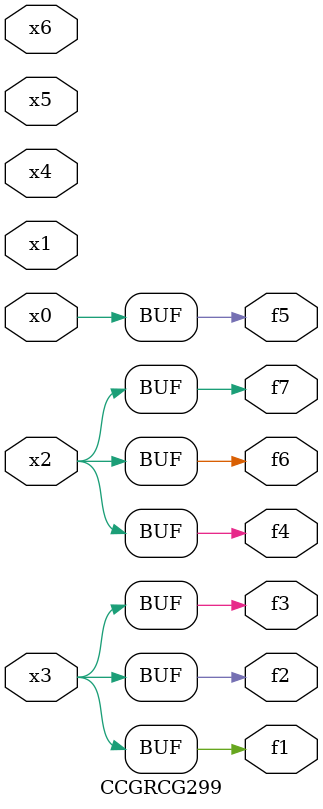
<source format=v>
module CCGRCG299(
	input x0, x1, x2, x3, x4, x5, x6,
	output f1, f2, f3, f4, f5, f6, f7
);
	assign f1 = x3;
	assign f2 = x3;
	assign f3 = x3;
	assign f4 = x2;
	assign f5 = x0;
	assign f6 = x2;
	assign f7 = x2;
endmodule

</source>
